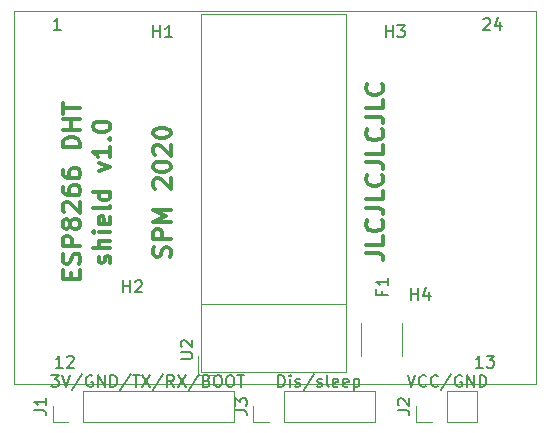
<source format=gto>
%TF.GenerationSoftware,KiCad,Pcbnew,5.1.8*%
%TF.CreationDate,2020-12-08T01:30:07+01:00*%
%TF.ProjectId,dht_esp_shield,6468745f-6573-4705-9f73-6869656c642e,rev?*%
%TF.SameCoordinates,Original*%
%TF.FileFunction,Legend,Top*%
%TF.FilePolarity,Positive*%
%FSLAX46Y46*%
G04 Gerber Fmt 4.6, Leading zero omitted, Abs format (unit mm)*
G04 Created by KiCad (PCBNEW 5.1.8) date 2020-12-08 01:30:07*
%MOMM*%
%LPD*%
G01*
G04 APERTURE LIST*
%ADD10C,0.300000*%
%ADD11C,0.150000*%
%ADD12C,0.120000*%
G04 APERTURE END LIST*
D10*
X126432571Y-77794571D02*
X127504000Y-77794571D01*
X127718285Y-77866000D01*
X127861142Y-78008857D01*
X127932571Y-78223142D01*
X127932571Y-78366000D01*
X127932571Y-76366000D02*
X127932571Y-77080285D01*
X126432571Y-77080285D01*
X127789714Y-75008857D02*
X127861142Y-75080285D01*
X127932571Y-75294571D01*
X127932571Y-75437428D01*
X127861142Y-75651714D01*
X127718285Y-75794571D01*
X127575428Y-75866000D01*
X127289714Y-75937428D01*
X127075428Y-75937428D01*
X126789714Y-75866000D01*
X126646857Y-75794571D01*
X126504000Y-75651714D01*
X126432571Y-75437428D01*
X126432571Y-75294571D01*
X126504000Y-75080285D01*
X126575428Y-75008857D01*
X126432571Y-73937428D02*
X127504000Y-73937428D01*
X127718285Y-74008857D01*
X127861142Y-74151714D01*
X127932571Y-74366000D01*
X127932571Y-74508857D01*
X127932571Y-72508857D02*
X127932571Y-73223142D01*
X126432571Y-73223142D01*
X127789714Y-71151714D02*
X127861142Y-71223142D01*
X127932571Y-71437428D01*
X127932571Y-71580285D01*
X127861142Y-71794571D01*
X127718285Y-71937428D01*
X127575428Y-72008857D01*
X127289714Y-72080285D01*
X127075428Y-72080285D01*
X126789714Y-72008857D01*
X126646857Y-71937428D01*
X126504000Y-71794571D01*
X126432571Y-71580285D01*
X126432571Y-71437428D01*
X126504000Y-71223142D01*
X126575428Y-71151714D01*
X126432571Y-70080285D02*
X127504000Y-70080285D01*
X127718285Y-70151714D01*
X127861142Y-70294571D01*
X127932571Y-70508857D01*
X127932571Y-70651714D01*
X127932571Y-68651714D02*
X127932571Y-69366000D01*
X126432571Y-69366000D01*
X127789714Y-67294571D02*
X127861142Y-67366000D01*
X127932571Y-67580285D01*
X127932571Y-67723142D01*
X127861142Y-67937428D01*
X127718285Y-68080285D01*
X127575428Y-68151714D01*
X127289714Y-68223142D01*
X127075428Y-68223142D01*
X126789714Y-68151714D01*
X126646857Y-68080285D01*
X126504000Y-67937428D01*
X126432571Y-67723142D01*
X126432571Y-67580285D01*
X126504000Y-67366000D01*
X126575428Y-67294571D01*
X126432571Y-66223142D02*
X127504000Y-66223142D01*
X127718285Y-66294571D01*
X127861142Y-66437428D01*
X127932571Y-66651714D01*
X127932571Y-66794571D01*
X127932571Y-64794571D02*
X127932571Y-65508857D01*
X126432571Y-65508857D01*
X127789714Y-63437428D02*
X127861142Y-63508857D01*
X127932571Y-63723142D01*
X127932571Y-63866000D01*
X127861142Y-64080285D01*
X127718285Y-64223142D01*
X127575428Y-64294571D01*
X127289714Y-64366000D01*
X127075428Y-64366000D01*
X126789714Y-64294571D01*
X126646857Y-64223142D01*
X126504000Y-64080285D01*
X126432571Y-63866000D01*
X126432571Y-63723142D01*
X126504000Y-63508857D01*
X126575428Y-63437428D01*
X101477857Y-79965428D02*
X101477857Y-79465428D01*
X102263571Y-79251142D02*
X102263571Y-79965428D01*
X100763571Y-79965428D01*
X100763571Y-79251142D01*
X102192142Y-78679714D02*
X102263571Y-78465428D01*
X102263571Y-78108285D01*
X102192142Y-77965428D01*
X102120714Y-77894000D01*
X101977857Y-77822571D01*
X101835000Y-77822571D01*
X101692142Y-77894000D01*
X101620714Y-77965428D01*
X101549285Y-78108285D01*
X101477857Y-78394000D01*
X101406428Y-78536857D01*
X101335000Y-78608285D01*
X101192142Y-78679714D01*
X101049285Y-78679714D01*
X100906428Y-78608285D01*
X100835000Y-78536857D01*
X100763571Y-78394000D01*
X100763571Y-78036857D01*
X100835000Y-77822571D01*
X102263571Y-77179714D02*
X100763571Y-77179714D01*
X100763571Y-76608285D01*
X100835000Y-76465428D01*
X100906428Y-76394000D01*
X101049285Y-76322571D01*
X101263571Y-76322571D01*
X101406428Y-76394000D01*
X101477857Y-76465428D01*
X101549285Y-76608285D01*
X101549285Y-77179714D01*
X101406428Y-75465428D02*
X101335000Y-75608285D01*
X101263571Y-75679714D01*
X101120714Y-75751142D01*
X101049285Y-75751142D01*
X100906428Y-75679714D01*
X100835000Y-75608285D01*
X100763571Y-75465428D01*
X100763571Y-75179714D01*
X100835000Y-75036857D01*
X100906428Y-74965428D01*
X101049285Y-74894000D01*
X101120714Y-74894000D01*
X101263571Y-74965428D01*
X101335000Y-75036857D01*
X101406428Y-75179714D01*
X101406428Y-75465428D01*
X101477857Y-75608285D01*
X101549285Y-75679714D01*
X101692142Y-75751142D01*
X101977857Y-75751142D01*
X102120714Y-75679714D01*
X102192142Y-75608285D01*
X102263571Y-75465428D01*
X102263571Y-75179714D01*
X102192142Y-75036857D01*
X102120714Y-74965428D01*
X101977857Y-74894000D01*
X101692142Y-74894000D01*
X101549285Y-74965428D01*
X101477857Y-75036857D01*
X101406428Y-75179714D01*
X100906428Y-74322571D02*
X100835000Y-74251142D01*
X100763571Y-74108285D01*
X100763571Y-73751142D01*
X100835000Y-73608285D01*
X100906428Y-73536857D01*
X101049285Y-73465428D01*
X101192142Y-73465428D01*
X101406428Y-73536857D01*
X102263571Y-74394000D01*
X102263571Y-73465428D01*
X100763571Y-72179714D02*
X100763571Y-72465428D01*
X100835000Y-72608285D01*
X100906428Y-72679714D01*
X101120714Y-72822571D01*
X101406428Y-72894000D01*
X101977857Y-72894000D01*
X102120714Y-72822571D01*
X102192142Y-72751142D01*
X102263571Y-72608285D01*
X102263571Y-72322571D01*
X102192142Y-72179714D01*
X102120714Y-72108285D01*
X101977857Y-72036857D01*
X101620714Y-72036857D01*
X101477857Y-72108285D01*
X101406428Y-72179714D01*
X101335000Y-72322571D01*
X101335000Y-72608285D01*
X101406428Y-72751142D01*
X101477857Y-72822571D01*
X101620714Y-72894000D01*
X100763571Y-70751142D02*
X100763571Y-71036857D01*
X100835000Y-71179714D01*
X100906428Y-71251142D01*
X101120714Y-71394000D01*
X101406428Y-71465428D01*
X101977857Y-71465428D01*
X102120714Y-71394000D01*
X102192142Y-71322571D01*
X102263571Y-71179714D01*
X102263571Y-70894000D01*
X102192142Y-70751142D01*
X102120714Y-70679714D01*
X101977857Y-70608285D01*
X101620714Y-70608285D01*
X101477857Y-70679714D01*
X101406428Y-70751142D01*
X101335000Y-70894000D01*
X101335000Y-71179714D01*
X101406428Y-71322571D01*
X101477857Y-71394000D01*
X101620714Y-71465428D01*
X102263571Y-68822571D02*
X100763571Y-68822571D01*
X100763571Y-68465428D01*
X100835000Y-68251142D01*
X100977857Y-68108285D01*
X101120714Y-68036857D01*
X101406428Y-67965428D01*
X101620714Y-67965428D01*
X101906428Y-68036857D01*
X102049285Y-68108285D01*
X102192142Y-68251142D01*
X102263571Y-68465428D01*
X102263571Y-68822571D01*
X102263571Y-67322571D02*
X100763571Y-67322571D01*
X101477857Y-67322571D02*
X101477857Y-66465428D01*
X102263571Y-66465428D02*
X100763571Y-66465428D01*
X100763571Y-65965428D02*
X100763571Y-65108285D01*
X102263571Y-65536857D02*
X100763571Y-65536857D01*
X104742142Y-78644000D02*
X104813571Y-78501142D01*
X104813571Y-78215428D01*
X104742142Y-78072571D01*
X104599285Y-78001142D01*
X104527857Y-78001142D01*
X104385000Y-78072571D01*
X104313571Y-78215428D01*
X104313571Y-78429714D01*
X104242142Y-78572571D01*
X104099285Y-78644000D01*
X104027857Y-78644000D01*
X103885000Y-78572571D01*
X103813571Y-78429714D01*
X103813571Y-78215428D01*
X103885000Y-78072571D01*
X104813571Y-77358285D02*
X103313571Y-77358285D01*
X104813571Y-76715428D02*
X104027857Y-76715428D01*
X103885000Y-76786857D01*
X103813571Y-76929714D01*
X103813571Y-77144000D01*
X103885000Y-77286857D01*
X103956428Y-77358285D01*
X104813571Y-76001142D02*
X103813571Y-76001142D01*
X103313571Y-76001142D02*
X103385000Y-76072571D01*
X103456428Y-76001142D01*
X103385000Y-75929714D01*
X103313571Y-76001142D01*
X103456428Y-76001142D01*
X104742142Y-74715428D02*
X104813571Y-74858285D01*
X104813571Y-75144000D01*
X104742142Y-75286857D01*
X104599285Y-75358285D01*
X104027857Y-75358285D01*
X103885000Y-75286857D01*
X103813571Y-75144000D01*
X103813571Y-74858285D01*
X103885000Y-74715428D01*
X104027857Y-74644000D01*
X104170714Y-74644000D01*
X104313571Y-75358285D01*
X104813571Y-73786857D02*
X104742142Y-73929714D01*
X104599285Y-74001142D01*
X103313571Y-74001142D01*
X104813571Y-72572571D02*
X103313571Y-72572571D01*
X104742142Y-72572571D02*
X104813571Y-72715428D01*
X104813571Y-73001142D01*
X104742142Y-73144000D01*
X104670714Y-73215428D01*
X104527857Y-73286857D01*
X104099285Y-73286857D01*
X103956428Y-73215428D01*
X103885000Y-73144000D01*
X103813571Y-73001142D01*
X103813571Y-72715428D01*
X103885000Y-72572571D01*
X103813571Y-70858285D02*
X104813571Y-70501142D01*
X103813571Y-70144000D01*
X104813571Y-68786857D02*
X104813571Y-69644000D01*
X104813571Y-69215428D02*
X103313571Y-69215428D01*
X103527857Y-69358285D01*
X103670714Y-69501142D01*
X103742142Y-69644000D01*
X104670714Y-68144000D02*
X104742142Y-68072571D01*
X104813571Y-68144000D01*
X104742142Y-68215428D01*
X104670714Y-68144000D01*
X104813571Y-68144000D01*
X103313571Y-67144000D02*
X103313571Y-67001142D01*
X103385000Y-66858285D01*
X103456428Y-66786857D01*
X103599285Y-66715428D01*
X103885000Y-66644000D01*
X104242142Y-66644000D01*
X104527857Y-66715428D01*
X104670714Y-66786857D01*
X104742142Y-66858285D01*
X104813571Y-67001142D01*
X104813571Y-67144000D01*
X104742142Y-67286857D01*
X104670714Y-67358285D01*
X104527857Y-67429714D01*
X104242142Y-67501142D01*
X103885000Y-67501142D01*
X103599285Y-67429714D01*
X103456428Y-67358285D01*
X103385000Y-67286857D01*
X103313571Y-67144000D01*
X109842142Y-78108285D02*
X109913571Y-77894000D01*
X109913571Y-77536857D01*
X109842142Y-77394000D01*
X109770714Y-77322571D01*
X109627857Y-77251142D01*
X109485000Y-77251142D01*
X109342142Y-77322571D01*
X109270714Y-77394000D01*
X109199285Y-77536857D01*
X109127857Y-77822571D01*
X109056428Y-77965428D01*
X108985000Y-78036857D01*
X108842142Y-78108285D01*
X108699285Y-78108285D01*
X108556428Y-78036857D01*
X108485000Y-77965428D01*
X108413571Y-77822571D01*
X108413571Y-77465428D01*
X108485000Y-77251142D01*
X109913571Y-76608285D02*
X108413571Y-76608285D01*
X108413571Y-76036857D01*
X108485000Y-75894000D01*
X108556428Y-75822571D01*
X108699285Y-75751142D01*
X108913571Y-75751142D01*
X109056428Y-75822571D01*
X109127857Y-75894000D01*
X109199285Y-76036857D01*
X109199285Y-76608285D01*
X109913571Y-75108285D02*
X108413571Y-75108285D01*
X109485000Y-74608285D01*
X108413571Y-74108285D01*
X109913571Y-74108285D01*
X108556428Y-72322571D02*
X108485000Y-72251142D01*
X108413571Y-72108285D01*
X108413571Y-71751142D01*
X108485000Y-71608285D01*
X108556428Y-71536857D01*
X108699285Y-71465428D01*
X108842142Y-71465428D01*
X109056428Y-71536857D01*
X109913571Y-72394000D01*
X109913571Y-71465428D01*
X108413571Y-70536857D02*
X108413571Y-70394000D01*
X108485000Y-70251142D01*
X108556428Y-70179714D01*
X108699285Y-70108285D01*
X108985000Y-70036857D01*
X109342142Y-70036857D01*
X109627857Y-70108285D01*
X109770714Y-70179714D01*
X109842142Y-70251142D01*
X109913571Y-70394000D01*
X109913571Y-70536857D01*
X109842142Y-70679714D01*
X109770714Y-70751142D01*
X109627857Y-70822571D01*
X109342142Y-70894000D01*
X108985000Y-70894000D01*
X108699285Y-70822571D01*
X108556428Y-70751142D01*
X108485000Y-70679714D01*
X108413571Y-70536857D01*
X108556428Y-69465428D02*
X108485000Y-69394000D01*
X108413571Y-69251142D01*
X108413571Y-68894000D01*
X108485000Y-68751142D01*
X108556428Y-68679714D01*
X108699285Y-68608285D01*
X108842142Y-68608285D01*
X109056428Y-68679714D01*
X109913571Y-69536857D01*
X109913571Y-68608285D01*
X108413571Y-67679714D02*
X108413571Y-67536857D01*
X108485000Y-67394000D01*
X108556428Y-67322571D01*
X108699285Y-67251142D01*
X108985000Y-67179714D01*
X109342142Y-67179714D01*
X109627857Y-67251142D01*
X109770714Y-67322571D01*
X109842142Y-67394000D01*
X109913571Y-67536857D01*
X109913571Y-67679714D01*
X109842142Y-67822571D01*
X109770714Y-67894000D01*
X109627857Y-67965428D01*
X109342142Y-68036857D01*
X108985000Y-68036857D01*
X108699285Y-67965428D01*
X108556428Y-67894000D01*
X108485000Y-67822571D01*
X108413571Y-67679714D01*
D11*
X129969047Y-88098380D02*
X130302380Y-89098380D01*
X130635714Y-88098380D01*
X131540476Y-89003142D02*
X131492857Y-89050761D01*
X131350000Y-89098380D01*
X131254761Y-89098380D01*
X131111904Y-89050761D01*
X131016666Y-88955523D01*
X130969047Y-88860285D01*
X130921428Y-88669809D01*
X130921428Y-88526952D01*
X130969047Y-88336476D01*
X131016666Y-88241238D01*
X131111904Y-88146000D01*
X131254761Y-88098380D01*
X131350000Y-88098380D01*
X131492857Y-88146000D01*
X131540476Y-88193619D01*
X132540476Y-89003142D02*
X132492857Y-89050761D01*
X132350000Y-89098380D01*
X132254761Y-89098380D01*
X132111904Y-89050761D01*
X132016666Y-88955523D01*
X131969047Y-88860285D01*
X131921428Y-88669809D01*
X131921428Y-88526952D01*
X131969047Y-88336476D01*
X132016666Y-88241238D01*
X132111904Y-88146000D01*
X132254761Y-88098380D01*
X132350000Y-88098380D01*
X132492857Y-88146000D01*
X132540476Y-88193619D01*
X133683333Y-88050761D02*
X132826190Y-89336476D01*
X134540476Y-88146000D02*
X134445238Y-88098380D01*
X134302380Y-88098380D01*
X134159523Y-88146000D01*
X134064285Y-88241238D01*
X134016666Y-88336476D01*
X133969047Y-88526952D01*
X133969047Y-88669809D01*
X134016666Y-88860285D01*
X134064285Y-88955523D01*
X134159523Y-89050761D01*
X134302380Y-89098380D01*
X134397619Y-89098380D01*
X134540476Y-89050761D01*
X134588095Y-89003142D01*
X134588095Y-88669809D01*
X134397619Y-88669809D01*
X135016666Y-89098380D02*
X135016666Y-88098380D01*
X135588095Y-89098380D01*
X135588095Y-88098380D01*
X136064285Y-89098380D02*
X136064285Y-88098380D01*
X136302380Y-88098380D01*
X136445238Y-88146000D01*
X136540476Y-88241238D01*
X136588095Y-88336476D01*
X136635714Y-88526952D01*
X136635714Y-88669809D01*
X136588095Y-88860285D01*
X136540476Y-88955523D01*
X136445238Y-89050761D01*
X136302380Y-89098380D01*
X136064285Y-89098380D01*
X119023238Y-89098380D02*
X119023238Y-88098380D01*
X119261333Y-88098380D01*
X119404190Y-88146000D01*
X119499428Y-88241238D01*
X119547047Y-88336476D01*
X119594666Y-88526952D01*
X119594666Y-88669809D01*
X119547047Y-88860285D01*
X119499428Y-88955523D01*
X119404190Y-89050761D01*
X119261333Y-89098380D01*
X119023238Y-89098380D01*
X120023238Y-89098380D02*
X120023238Y-88431714D01*
X120023238Y-88098380D02*
X119975619Y-88146000D01*
X120023238Y-88193619D01*
X120070857Y-88146000D01*
X120023238Y-88098380D01*
X120023238Y-88193619D01*
X120451809Y-89050761D02*
X120547047Y-89098380D01*
X120737523Y-89098380D01*
X120832761Y-89050761D01*
X120880380Y-88955523D01*
X120880380Y-88907904D01*
X120832761Y-88812666D01*
X120737523Y-88765047D01*
X120594666Y-88765047D01*
X120499428Y-88717428D01*
X120451809Y-88622190D01*
X120451809Y-88574571D01*
X120499428Y-88479333D01*
X120594666Y-88431714D01*
X120737523Y-88431714D01*
X120832761Y-88479333D01*
X122023238Y-88050761D02*
X121166095Y-89336476D01*
X122308952Y-89050761D02*
X122404190Y-89098380D01*
X122594666Y-89098380D01*
X122689904Y-89050761D01*
X122737523Y-88955523D01*
X122737523Y-88907904D01*
X122689904Y-88812666D01*
X122594666Y-88765047D01*
X122451809Y-88765047D01*
X122356571Y-88717428D01*
X122308952Y-88622190D01*
X122308952Y-88574571D01*
X122356571Y-88479333D01*
X122451809Y-88431714D01*
X122594666Y-88431714D01*
X122689904Y-88479333D01*
X123308952Y-89098380D02*
X123213714Y-89050761D01*
X123166095Y-88955523D01*
X123166095Y-88098380D01*
X124070857Y-89050761D02*
X123975619Y-89098380D01*
X123785142Y-89098380D01*
X123689904Y-89050761D01*
X123642285Y-88955523D01*
X123642285Y-88574571D01*
X123689904Y-88479333D01*
X123785142Y-88431714D01*
X123975619Y-88431714D01*
X124070857Y-88479333D01*
X124118476Y-88574571D01*
X124118476Y-88669809D01*
X123642285Y-88765047D01*
X124928000Y-89050761D02*
X124832761Y-89098380D01*
X124642285Y-89098380D01*
X124547047Y-89050761D01*
X124499428Y-88955523D01*
X124499428Y-88574571D01*
X124547047Y-88479333D01*
X124642285Y-88431714D01*
X124832761Y-88431714D01*
X124928000Y-88479333D01*
X124975619Y-88574571D01*
X124975619Y-88669809D01*
X124499428Y-88765047D01*
X125404190Y-88431714D02*
X125404190Y-89431714D01*
X125404190Y-88479333D02*
X125499428Y-88431714D01*
X125689904Y-88431714D01*
X125785142Y-88479333D01*
X125832761Y-88526952D01*
X125880380Y-88622190D01*
X125880380Y-88907904D01*
X125832761Y-89003142D01*
X125785142Y-89050761D01*
X125689904Y-89098380D01*
X125499428Y-89098380D01*
X125404190Y-89050761D01*
X99807142Y-88098380D02*
X100426190Y-88098380D01*
X100092857Y-88479333D01*
X100235714Y-88479333D01*
X100330952Y-88526952D01*
X100378571Y-88574571D01*
X100426190Y-88669809D01*
X100426190Y-88907904D01*
X100378571Y-89003142D01*
X100330952Y-89050761D01*
X100235714Y-89098380D01*
X99950000Y-89098380D01*
X99854761Y-89050761D01*
X99807142Y-89003142D01*
X100711904Y-88098380D02*
X101045238Y-89098380D01*
X101378571Y-88098380D01*
X102426190Y-88050761D02*
X101569047Y-89336476D01*
X103283333Y-88146000D02*
X103188095Y-88098380D01*
X103045238Y-88098380D01*
X102902380Y-88146000D01*
X102807142Y-88241238D01*
X102759523Y-88336476D01*
X102711904Y-88526952D01*
X102711904Y-88669809D01*
X102759523Y-88860285D01*
X102807142Y-88955523D01*
X102902380Y-89050761D01*
X103045238Y-89098380D01*
X103140476Y-89098380D01*
X103283333Y-89050761D01*
X103330952Y-89003142D01*
X103330952Y-88669809D01*
X103140476Y-88669809D01*
X103759523Y-89098380D02*
X103759523Y-88098380D01*
X104330952Y-89098380D01*
X104330952Y-88098380D01*
X104807142Y-89098380D02*
X104807142Y-88098380D01*
X105045238Y-88098380D01*
X105188095Y-88146000D01*
X105283333Y-88241238D01*
X105330952Y-88336476D01*
X105378571Y-88526952D01*
X105378571Y-88669809D01*
X105330952Y-88860285D01*
X105283333Y-88955523D01*
X105188095Y-89050761D01*
X105045238Y-89098380D01*
X104807142Y-89098380D01*
X106521428Y-88050761D02*
X105664285Y-89336476D01*
X106711904Y-88098380D02*
X107283333Y-88098380D01*
X106997619Y-89098380D02*
X106997619Y-88098380D01*
X107521428Y-88098380D02*
X108188095Y-89098380D01*
X108188095Y-88098380D02*
X107521428Y-89098380D01*
X109283333Y-88050761D02*
X108426190Y-89336476D01*
X110188095Y-89098380D02*
X109854761Y-88622190D01*
X109616666Y-89098380D02*
X109616666Y-88098380D01*
X109997619Y-88098380D01*
X110092857Y-88146000D01*
X110140476Y-88193619D01*
X110188095Y-88288857D01*
X110188095Y-88431714D01*
X110140476Y-88526952D01*
X110092857Y-88574571D01*
X109997619Y-88622190D01*
X109616666Y-88622190D01*
X110521428Y-88098380D02*
X111188095Y-89098380D01*
X111188095Y-88098380D02*
X110521428Y-89098380D01*
X112283333Y-88050761D02*
X111426190Y-89336476D01*
X112950000Y-88574571D02*
X113092857Y-88622190D01*
X113140476Y-88669809D01*
X113188095Y-88765047D01*
X113188095Y-88907904D01*
X113140476Y-89003142D01*
X113092857Y-89050761D01*
X112997619Y-89098380D01*
X112616666Y-89098380D01*
X112616666Y-88098380D01*
X112950000Y-88098380D01*
X113045238Y-88146000D01*
X113092857Y-88193619D01*
X113140476Y-88288857D01*
X113140476Y-88384095D01*
X113092857Y-88479333D01*
X113045238Y-88526952D01*
X112950000Y-88574571D01*
X112616666Y-88574571D01*
X113807142Y-88098380D02*
X113997619Y-88098380D01*
X114092857Y-88146000D01*
X114188095Y-88241238D01*
X114235714Y-88431714D01*
X114235714Y-88765047D01*
X114188095Y-88955523D01*
X114092857Y-89050761D01*
X113997619Y-89098380D01*
X113807142Y-89098380D01*
X113711904Y-89050761D01*
X113616666Y-88955523D01*
X113569047Y-88765047D01*
X113569047Y-88431714D01*
X113616666Y-88241238D01*
X113711904Y-88146000D01*
X113807142Y-88098380D01*
X114854761Y-88098380D02*
X115045238Y-88098380D01*
X115140476Y-88146000D01*
X115235714Y-88241238D01*
X115283333Y-88431714D01*
X115283333Y-88765047D01*
X115235714Y-88955523D01*
X115140476Y-89050761D01*
X115045238Y-89098380D01*
X114854761Y-89098380D01*
X114759523Y-89050761D01*
X114664285Y-88955523D01*
X114616666Y-88765047D01*
X114616666Y-88431714D01*
X114664285Y-88241238D01*
X114759523Y-88146000D01*
X114854761Y-88098380D01*
X115569047Y-88098380D02*
X116140476Y-88098380D01*
X115854761Y-89098380D02*
X115854761Y-88098380D01*
D12*
X124748000Y-57500000D02*
X112500000Y-57500000D01*
X124748000Y-82083000D02*
X124748000Y-57500000D01*
X112488000Y-82083000D02*
X112500000Y-57500000D01*
%TO.C,U2*%
X112208000Y-88123000D02*
X112208000Y-86513000D01*
X112208000Y-88123000D02*
X114208000Y-88123000D01*
X124748000Y-87843000D02*
X112498000Y-87843000D01*
X124748000Y-82083000D02*
X124748000Y-87843000D01*
X112488000Y-82083000D02*
X124748000Y-82083000D01*
X112488000Y-87833000D02*
X112488000Y-82093000D01*
%TO.C,U1*%
X140855000Y-88827000D02*
X96635000Y-88827000D01*
X96635000Y-57277000D02*
X96635000Y-88827000D01*
X140855000Y-57277000D02*
X140855000Y-88827000D01*
X96635000Y-57277000D02*
X140855000Y-57277000D01*
%TO.C,J3*%
X116920000Y-92080000D02*
X116920000Y-90750000D01*
X118250000Y-92080000D02*
X116920000Y-92080000D01*
X119520000Y-92080000D02*
X119520000Y-89420000D01*
X119520000Y-89420000D02*
X127200000Y-89420000D01*
X119520000Y-92080000D02*
X127200000Y-92080000D01*
X127200000Y-92080000D02*
X127200000Y-89420000D01*
%TO.C,J2*%
X130670000Y-92080000D02*
X130670000Y-90750000D01*
X132000000Y-92080000D02*
X130670000Y-92080000D01*
X133270000Y-92080000D02*
X133270000Y-89420000D01*
X133270000Y-89420000D02*
X135870000Y-89420000D01*
X133270000Y-92080000D02*
X135870000Y-92080000D01*
X135870000Y-92080000D02*
X135870000Y-89420000D01*
%TO.C,J1*%
X99920000Y-92080000D02*
X99920000Y-90750000D01*
X101250000Y-92080000D02*
X99920000Y-92080000D01*
X102520000Y-92080000D02*
X102520000Y-89420000D01*
X102520000Y-89420000D02*
X115280000Y-89420000D01*
X102520000Y-92080000D02*
X115280000Y-92080000D01*
X115280000Y-92080000D02*
X115280000Y-89420000D01*
%TO.C,F1*%
X126052000Y-83703748D02*
X126052000Y-86476252D01*
X129472000Y-83703748D02*
X129472000Y-86476252D01*
%TO.C,U2*%
D11*
X110760380Y-86724904D02*
X111569904Y-86724904D01*
X111665142Y-86677285D01*
X111712761Y-86629666D01*
X111760380Y-86534428D01*
X111760380Y-86343952D01*
X111712761Y-86248714D01*
X111665142Y-86201095D01*
X111569904Y-86153476D01*
X110760380Y-86153476D01*
X110855619Y-85724904D02*
X110808000Y-85677285D01*
X110760380Y-85582047D01*
X110760380Y-85343952D01*
X110808000Y-85248714D01*
X110855619Y-85201095D01*
X110950857Y-85153476D01*
X111046095Y-85153476D01*
X111188952Y-85201095D01*
X111760380Y-85772523D01*
X111760380Y-85153476D01*
%TO.C,U1*%
X136398095Y-57967619D02*
X136445714Y-57920000D01*
X136540952Y-57872380D01*
X136779047Y-57872380D01*
X136874285Y-57920000D01*
X136921904Y-57967619D01*
X136969523Y-58062857D01*
X136969523Y-58158095D01*
X136921904Y-58300952D01*
X136350476Y-58872380D01*
X136969523Y-58872380D01*
X137826666Y-58205714D02*
X137826666Y-58872380D01*
X137588571Y-57824761D02*
X137350476Y-58539047D01*
X137969523Y-58539047D01*
X136334523Y-87472780D02*
X135763095Y-87472780D01*
X136048809Y-87472780D02*
X136048809Y-86472780D01*
X135953571Y-86615638D01*
X135858333Y-86710876D01*
X135763095Y-86758495D01*
X136667857Y-86472780D02*
X137286904Y-86472780D01*
X136953571Y-86853733D01*
X137096428Y-86853733D01*
X137191666Y-86901352D01*
X137239285Y-86948971D01*
X137286904Y-87044209D01*
X137286904Y-87282304D01*
X137239285Y-87377542D01*
X137191666Y-87425161D01*
X137096428Y-87472780D01*
X136810714Y-87472780D01*
X136715476Y-87425161D01*
X136667857Y-87377542D01*
X100774523Y-87472780D02*
X100203095Y-87472780D01*
X100488809Y-87472780D02*
X100488809Y-86472780D01*
X100393571Y-86615638D01*
X100298333Y-86710876D01*
X100203095Y-86758495D01*
X101155476Y-86568019D02*
X101203095Y-86520400D01*
X101298333Y-86472780D01*
X101536428Y-86472780D01*
X101631666Y-86520400D01*
X101679285Y-86568019D01*
X101726904Y-86663257D01*
X101726904Y-86758495D01*
X101679285Y-86901352D01*
X101107857Y-87472780D01*
X101726904Y-87472780D01*
X100615714Y-58872380D02*
X100044285Y-58872380D01*
X100330000Y-58872380D02*
X100330000Y-57872380D01*
X100234761Y-58015238D01*
X100139523Y-58110476D01*
X100044285Y-58158095D01*
%TO.C,J3*%
X115372380Y-91083333D02*
X116086666Y-91083333D01*
X116229523Y-91130952D01*
X116324761Y-91226190D01*
X116372380Y-91369047D01*
X116372380Y-91464285D01*
X115372380Y-90702380D02*
X115372380Y-90083333D01*
X115753333Y-90416666D01*
X115753333Y-90273809D01*
X115800952Y-90178571D01*
X115848571Y-90130952D01*
X115943809Y-90083333D01*
X116181904Y-90083333D01*
X116277142Y-90130952D01*
X116324761Y-90178571D01*
X116372380Y-90273809D01*
X116372380Y-90559523D01*
X116324761Y-90654761D01*
X116277142Y-90702380D01*
%TO.C,J2*%
X129122380Y-91083333D02*
X129836666Y-91083333D01*
X129979523Y-91130952D01*
X130074761Y-91226190D01*
X130122380Y-91369047D01*
X130122380Y-91464285D01*
X129217619Y-90654761D02*
X129170000Y-90607142D01*
X129122380Y-90511904D01*
X129122380Y-90273809D01*
X129170000Y-90178571D01*
X129217619Y-90130952D01*
X129312857Y-90083333D01*
X129408095Y-90083333D01*
X129550952Y-90130952D01*
X130122380Y-90702380D01*
X130122380Y-90083333D01*
%TO.C,J1*%
X98372380Y-91083333D02*
X99086666Y-91083333D01*
X99229523Y-91130952D01*
X99324761Y-91226190D01*
X99372380Y-91369047D01*
X99372380Y-91464285D01*
X99372380Y-90083333D02*
X99372380Y-90654761D01*
X99372380Y-90369047D02*
X98372380Y-90369047D01*
X98515238Y-90464285D01*
X98610476Y-90559523D01*
X98658095Y-90654761D01*
%TO.C,H4*%
X130302095Y-81732380D02*
X130302095Y-80732380D01*
X130302095Y-81208571D02*
X130873523Y-81208571D01*
X130873523Y-81732380D02*
X130873523Y-80732380D01*
X131778285Y-81065714D02*
X131778285Y-81732380D01*
X131540190Y-80684761D02*
X131302095Y-81399047D01*
X131921142Y-81399047D01*
%TO.C,H3*%
X128143095Y-59507380D02*
X128143095Y-58507380D01*
X128143095Y-58983571D02*
X128714523Y-58983571D01*
X128714523Y-59507380D02*
X128714523Y-58507380D01*
X129095476Y-58507380D02*
X129714523Y-58507380D01*
X129381190Y-58888333D01*
X129524047Y-58888333D01*
X129619285Y-58935952D01*
X129666904Y-58983571D01*
X129714523Y-59078809D01*
X129714523Y-59316904D01*
X129666904Y-59412142D01*
X129619285Y-59459761D01*
X129524047Y-59507380D01*
X129238333Y-59507380D01*
X129143095Y-59459761D01*
X129095476Y-59412142D01*
%TO.C,H2*%
X105918095Y-81097380D02*
X105918095Y-80097380D01*
X105918095Y-80573571D02*
X106489523Y-80573571D01*
X106489523Y-81097380D02*
X106489523Y-80097380D01*
X106918095Y-80192619D02*
X106965714Y-80145000D01*
X107060952Y-80097380D01*
X107299047Y-80097380D01*
X107394285Y-80145000D01*
X107441904Y-80192619D01*
X107489523Y-80287857D01*
X107489523Y-80383095D01*
X107441904Y-80525952D01*
X106870476Y-81097380D01*
X107489523Y-81097380D01*
%TO.C,H1*%
X108458095Y-59507380D02*
X108458095Y-58507380D01*
X108458095Y-58983571D02*
X109029523Y-58983571D01*
X109029523Y-59507380D02*
X109029523Y-58507380D01*
X110029523Y-59507380D02*
X109458095Y-59507380D01*
X109743809Y-59507380D02*
X109743809Y-58507380D01*
X109648571Y-58650238D01*
X109553333Y-58745476D01*
X109458095Y-58793095D01*
%TO.C,F1*%
X127817571Y-80978333D02*
X127817571Y-81311666D01*
X128341380Y-81311666D02*
X127341380Y-81311666D01*
X127341380Y-80835476D01*
X128341380Y-79930714D02*
X128341380Y-80502142D01*
X128341380Y-80216428D02*
X127341380Y-80216428D01*
X127484238Y-80311666D01*
X127579476Y-80406904D01*
X127627095Y-80502142D01*
%TD*%
M02*

</source>
